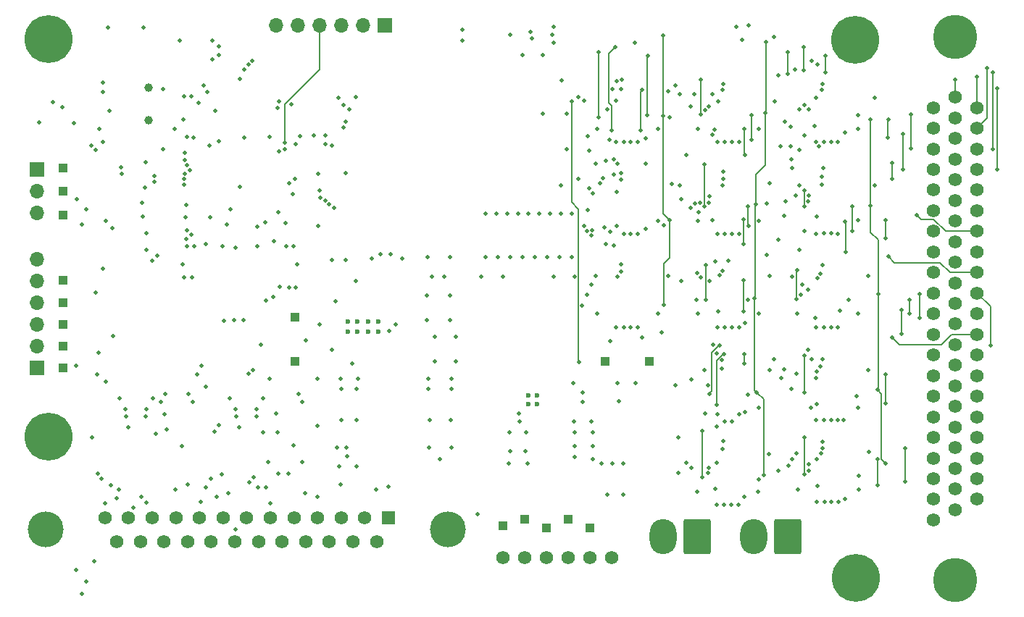
<source format=gbr>
%TF.GenerationSoftware,KiCad,Pcbnew,8.0.1*%
%TF.CreationDate,2024-11-04T21:37:07-08:00*%
%TF.ProjectId,kasm_pcb_rev2,6b61736d-5f70-4636-925f-726576322e6b,rev?*%
%TF.SameCoordinates,Original*%
%TF.FileFunction,Copper,L4,Inr*%
%TF.FilePolarity,Positive*%
%FSLAX46Y46*%
G04 Gerber Fmt 4.6, Leading zero omitted, Abs format (unit mm)*
G04 Created by KiCad (PCBNEW 8.0.1) date 2024-11-04 21:37:07*
%MOMM*%
%LPD*%
G01*
G04 APERTURE LIST*
G04 Aperture macros list*
%AMRoundRect*
0 Rectangle with rounded corners*
0 $1 Rounding radius*
0 $2 $3 $4 $5 $6 $7 $8 $9 X,Y pos of 4 corners*
0 Add a 4 corners polygon primitive as box body*
4,1,4,$2,$3,$4,$5,$6,$7,$8,$9,$2,$3,0*
0 Add four circle primitives for the rounded corners*
1,1,$1+$1,$2,$3*
1,1,$1+$1,$4,$5*
1,1,$1+$1,$6,$7*
1,1,$1+$1,$8,$9*
0 Add four rect primitives between the rounded corners*
20,1,$1+$1,$2,$3,$4,$5,0*
20,1,$1+$1,$4,$5,$6,$7,0*
20,1,$1+$1,$6,$7,$8,$9,0*
20,1,$1+$1,$8,$9,$2,$3,0*%
G04 Aperture macros list end*
%TA.AperFunction,ComponentPad*%
%ADD10C,4.191000*%
%TD*%
%TA.AperFunction,ComponentPad*%
%ADD11R,1.562100X1.562100*%
%TD*%
%TA.AperFunction,ComponentPad*%
%ADD12C,1.562100*%
%TD*%
%TA.AperFunction,ComponentPad*%
%ADD13C,0.600000*%
%TD*%
%TA.AperFunction,ComponentPad*%
%ADD14R,1.000000X1.000000*%
%TD*%
%TA.AperFunction,ComponentPad*%
%ADD15RoundRect,0.250000X1.330000X1.800000X-1.330000X1.800000X-1.330000X-1.800000X1.330000X-1.800000X0*%
%TD*%
%TA.AperFunction,ComponentPad*%
%ADD16O,3.160000X4.100000*%
%TD*%
%TA.AperFunction,ComponentPad*%
%ADD17C,5.600000*%
%TD*%
%TA.AperFunction,ComponentPad*%
%ADD18C,1.574800*%
%TD*%
%TA.AperFunction,ComponentPad*%
%ADD19C,1.575000*%
%TD*%
%TA.AperFunction,ComponentPad*%
%ADD20C,5.175000*%
%TD*%
%TA.AperFunction,ComponentPad*%
%ADD21C,1.000000*%
%TD*%
%TA.AperFunction,ComponentPad*%
%ADD22R,1.700000X1.700000*%
%TD*%
%TA.AperFunction,ComponentPad*%
%ADD23O,1.700000X1.700000*%
%TD*%
%TA.AperFunction,ViaPad*%
%ADD24C,0.500000*%
%TD*%
%TA.AperFunction,Conductor*%
%ADD25C,0.200000*%
%TD*%
%TA.AperFunction,Conductor*%
%ADD26C,0.127000*%
%TD*%
G04 APERTURE END LIST*
D10*
%TO.N,GND*%
%TO.C,J4*%
X81077400Y-115697000D03*
X128118200Y-115697000D03*
D11*
%TO.N,/Eddy Current Sensors/IN3A*%
X121157800Y-114274600D03*
D12*
%TO.N,unconnected-(J4-Pad2)*%
X118397800Y-114274600D03*
%TO.N,/Eddy Current Sensors/IN2B*%
X115637800Y-114274600D03*
%TO.N,/Eddy Current Sensors/IN1A*%
X112877800Y-114274600D03*
%TO.N,unconnected-(J4-Pad5)*%
X110117800Y-114274600D03*
%TO.N,/Eddy Current Sensors/IN0A*%
X107357800Y-114274600D03*
%TO.N,unconnected-(J4-Pad7)*%
X104597800Y-114274600D03*
%TO.N,/Eddy Current Sensors/IN4A*%
X101837800Y-114274600D03*
%TO.N,unconnected-(J4-Pad9)*%
X99077800Y-114274600D03*
%TO.N,/Eddy Current Sensors/IN5B*%
X96317800Y-114274600D03*
%TO.N,/Eddy Current Sensors/IN6A*%
X93557800Y-114274600D03*
%TO.N,unconnected-(J4-Pad12)*%
X90797800Y-114274600D03*
%TO.N,/Eddy Current Sensors/IN7B*%
X88037800Y-114274600D03*
%TO.N,/Eddy Current Sensors/IN3B*%
X119777800Y-117119400D03*
%TO.N,/Eddy Current Sensors/IN2A*%
X117017800Y-117119400D03*
%TO.N,unconnected-(J4-P16-Pad16)*%
X114257800Y-117119400D03*
%TO.N,/Eddy Current Sensors/IN1B*%
X111497800Y-117119400D03*
%TO.N,unconnected-(J4-P18-Pad18)*%
X108737800Y-117119400D03*
%TO.N,/Eddy Current Sensors/IN0B*%
X105977800Y-117119400D03*
%TO.N,unconnected-(J4-P20-Pad20)*%
X103217800Y-117119400D03*
%TO.N,/Eddy Current Sensors/IN4B*%
X100457800Y-117119400D03*
%TO.N,/Eddy Current Sensors/IN5A*%
X97697800Y-117119400D03*
%TO.N,unconnected-(J4-P23-Pad23)*%
X94937800Y-117119400D03*
%TO.N,/Eddy Current Sensors/IN6B*%
X92177800Y-117119400D03*
%TO.N,/Eddy Current Sensors/IN7A*%
X89417800Y-117119400D03*
%TD*%
D13*
%TO.N,GND*%
%TO.C,U1*%
X119989600Y-91357600D03*
X118789600Y-91357600D03*
X117489600Y-91357600D03*
X116389600Y-91357600D03*
X119989600Y-92557600D03*
X118789600Y-92557600D03*
X117489600Y-92557600D03*
X116389600Y-92557600D03*
%TD*%
D14*
%TO.N,GND*%
%TO.C,TP13*%
X110261400Y-90850600D03*
%TD*%
D15*
%TO.N,+12V*%
%TO.C,J1*%
X167784000Y-116522600D03*
D16*
%TO.N,GND*%
X163824000Y-116522600D03*
%TD*%
D14*
%TO.N,GND*%
%TO.C,TP15*%
X83108800Y-86563200D03*
%TD*%
D17*
%TO.N,GND*%
%TO.C,H3*%
X81432400Y-58389400D03*
%TD*%
D14*
%TO.N,GND*%
%TO.C,TP16*%
X144741900Y-115468400D03*
%TD*%
D18*
%TO.N,SPI6_NSS*%
%TO.C,J6*%
X134518400Y-118986800D03*
%TO.N,SPI6_SCK*%
X137058400Y-118986800D03*
%TO.N,SPI6_MISO*%
X139598400Y-118986800D03*
%TO.N,SPI6_MOSI*%
X142138400Y-118986800D03*
%TO.N,GND*%
X144678400Y-118986800D03*
%TO.N,unconnected-(J6-Pin_6-Pad6)*%
X147218400Y-118986800D03*
%TD*%
D14*
%TO.N,UART4_TX*%
%TO.C,TP14*%
X83108800Y-78892400D03*
%TD*%
%TO.N,+1.8V*%
%TO.C,TP5*%
X151638000Y-96062800D03*
%TD*%
%TO.N,GND*%
%TO.C,TP1*%
X146456400Y-96062800D03*
%TD*%
D19*
%TO.N,HRTIM_CHA1_OUT1*%
%TO.C,J20*%
X184835800Y-66362800D03*
%TO.N,HRTIM_CHA1_OUT2*%
X184835800Y-68772800D03*
%TO.N,HRTIM_CHA2_OUT1*%
X184835800Y-71182800D03*
%TO.N,HRTIM_CHA2_OUT2*%
X184835800Y-73592800D03*
%TO.N,HRTIM_CHB1_OUT1*%
X184835800Y-76002800D03*
%TO.N,HRTIM_CHB1_OUT2*%
X184835800Y-78412800D03*
%TO.N,TIM8_CH4_OUT1*%
X184835800Y-80822800D03*
%TO.N,TIM8_CH4_OUT2*%
X184835800Y-83232800D03*
%TO.N,TIM2_CH1_OUT1*%
X184835800Y-85642800D03*
%TO.N,TIM2_CH1_OUT2*%
X184835800Y-88052800D03*
%TO.N,TIM5_CH2_OUT1*%
X184835800Y-90462800D03*
%TO.N,TIM5_CH2_OUT2*%
X184835800Y-92872800D03*
%TO.N,HRTIM_CHB2_OUT1*%
X184835800Y-95282800D03*
%TO.N,HRTIM_CHB2_OUT2*%
X184835800Y-97692800D03*
%TO.N,HRTIM_CHC1_OUT1*%
X184835800Y-100102800D03*
%TO.N,HRTIM_CHC1_OUT2*%
X184835800Y-102512800D03*
%TO.N,TIM5_CH3_OUT1*%
X184835800Y-104922800D03*
%TO.N,TIM5_CH3_OUT2*%
X184835800Y-107332800D03*
%TO.N,TIM13_CH1_OUT1*%
X184835800Y-109742800D03*
%TO.N,TIM13_CH1_OUT2*%
X184835800Y-112152800D03*
%TO.N,unconnected-(J20-Pad21)*%
X184835800Y-114562800D03*
%TO.N,HRTIM_CHC2_OUT1*%
X187375800Y-65157800D03*
%TO.N,HRTIM_CHC2_OUT2*%
X187375800Y-67567800D03*
%TO.N,HRTIM_CHD1_OUT1*%
X187375800Y-69977800D03*
%TO.N,HRTIM_CHD1_OUT2*%
X187375800Y-72387800D03*
%TO.N,TIM14_CH1_OUT1*%
X187375800Y-74797800D03*
%TO.N,TIM14_CH1_OUT2*%
X187375800Y-77207800D03*
%TO.N,TIM1_CH1_OUT1*%
X187375800Y-79617800D03*
%TO.N,TIM1_CH1_OUT2*%
X187375800Y-82027800D03*
%TO.N,HRTIM_CHD2_OUT1*%
X187375800Y-84437800D03*
%TO.N,HRTIM_CHD2_OUT2*%
X187375800Y-86847800D03*
%TO.N,TIM4_CH2_OUT1*%
X187375800Y-89257800D03*
%TO.N,TIM4_CH2_OUT2*%
X187375800Y-91667800D03*
%TO.N,TIM1_CH2_OUT1*%
X187375800Y-94077800D03*
%TO.N,TIM1_CH2_OUT2*%
X187375800Y-96487800D03*
%TO.N,TIM1_CH3_OUT1*%
X187375800Y-98897800D03*
%TO.N,TIM1_CH3_OUT2*%
X187375800Y-101307800D03*
%TO.N,TIM16_CH1_OUT1*%
X187375800Y-103717800D03*
%TO.N,TIM16_CH1_OUT2*%
X187375800Y-106127800D03*
%TO.N,TIM15_CH1_OUT1*%
X187375800Y-108537800D03*
%TO.N,TIM15_CH1_OUT2*%
X187375800Y-110947800D03*
%TO.N,unconnected-(J20-Pad42)*%
X187375800Y-113357800D03*
%TO.N,TIM1_CH4_OUT1*%
X189915800Y-66362800D03*
%TO.N,TIM1_CH4_OUT2*%
X189915800Y-68772800D03*
%TO.N,TIM12_CH2_OUT1*%
X189915800Y-71182800D03*
%TO.N,TIM12_CH2_OUT2*%
X189915800Y-73592800D03*
%TO.N,TIM15_CH2_OUT1*%
X189915800Y-76002800D03*
%TO.N,TIM15_CH2_OUT2*%
X189915800Y-78412800D03*
%TO.N,TIM4_CH1_OUT1*%
X189915800Y-80822800D03*
%TO.N,TIM4_CH1_OUT2*%
X189915800Y-83232800D03*
%TO.N,TIM4_CH3_OUT1*%
X189915800Y-85642800D03*
%TO.N,TIM4_CH3_OUT2*%
X189915800Y-88052800D03*
%TO.N,TIM4_CH4_OUT1*%
X189915800Y-90462800D03*
%TO.N,TIM4_CH4_OUT2*%
X189915800Y-92872800D03*
%TO.N,unconnected-(J20-Pad55)*%
X189915800Y-95282800D03*
%TO.N,unconnected-(J20-Pad56)*%
X189915800Y-97692800D03*
%TO.N,unconnected-(J20-Pad57)*%
X189915800Y-100102800D03*
%TO.N,unconnected-(J20-Pad58)*%
X189915800Y-102512800D03*
%TO.N,unconnected-(J20-Pad59)*%
X189915800Y-104922800D03*
%TO.N,unconnected-(J20-Pad60)*%
X189915800Y-107332800D03*
%TO.N,unconnected-(J20-Pad61)*%
X189915800Y-109742800D03*
%TO.N,unconnected-(J20-Pad62)*%
X189915800Y-112152800D03*
D20*
%TO.N,GND*%
X187375800Y-58109800D03*
X187375800Y-121610800D03*
%TD*%
D14*
%TO.N,SPI2_SCK*%
%TO.C,TP7*%
X83108800Y-94250932D03*
%TD*%
D17*
%TO.N,GND*%
%TO.C,H2*%
X81432400Y-104825800D03*
%TD*%
D14*
%TO.N,SPI2_MOSI*%
%TO.C,TP10*%
X83108800Y-89204800D03*
%TD*%
%TO.N,SPI2_NSS*%
%TO.C,TP8*%
X83108800Y-96774000D03*
%TD*%
%TO.N,SPI2_MISO*%
%TO.C,TP9*%
X83108800Y-91727866D03*
%TD*%
D13*
%TO.N,GND*%
%TO.C,U2*%
X137527600Y-100995000D03*
X138527600Y-100995000D03*
X137527600Y-99995000D03*
X138527600Y-99995000D03*
%TD*%
D17*
%TO.N,GND*%
%TO.C,H1*%
X175793400Y-121335800D03*
%TD*%
D14*
%TO.N,SPI6_MOSI*%
%TO.C,TP6*%
X142201900Y-114452400D03*
%TD*%
D17*
%TO.N,GND*%
%TO.C,H4*%
X175691800Y-58445400D03*
%TD*%
D21*
%TO.N,I2C4_SCL*%
%TO.C,TP27*%
X93141800Y-64033400D03*
%TD*%
D14*
%TO.N,SPI6_SCK*%
%TO.C,TP2*%
X137121900Y-114452400D03*
%TD*%
D22*
%TO.N,+3.3V*%
%TO.C,J5*%
X120777000Y-56769000D03*
D23*
%TO.N,DEBUG_JTCK-SWCLK*%
X118237000Y-56769000D03*
%TO.N,GND*%
X115697000Y-56769000D03*
%TO.N,DEBUG_JTMS-SWDIO*%
X113157000Y-56769000D03*
%TO.N,/MCU/NRST*%
X110617000Y-56769000D03*
%TO.N,DEBUG_JTDO-SWO*%
X108077000Y-56769000D03*
%TD*%
D22*
%TO.N,UART4_RX*%
%TO.C,J7*%
X80137000Y-73609200D03*
D23*
%TO.N,GND*%
X80137000Y-76149200D03*
%TO.N,UART4_TX*%
X80137000Y-78689200D03*
%TD*%
D22*
%TO.N,SPI2_NSS*%
%TO.C,J3*%
X80137000Y-96748600D03*
D23*
%TO.N,SPI2_SCK*%
X80137000Y-94208600D03*
%TO.N,SPI2_MISO*%
X80137000Y-91668600D03*
%TO.N,SPI2_MOSI*%
X80137000Y-89128600D03*
%TO.N,GND*%
X80137000Y-86588600D03*
%TO.N,unconnected-(J3-Pin_6-Pad6)*%
X80137000Y-84048600D03*
%TD*%
D21*
%TO.N,I2C4_SDA*%
%TO.C,TP26*%
X93141800Y-67843400D03*
%TD*%
D14*
%TO.N,GND*%
%TO.C,TP17*%
X83108800Y-76149200D03*
%TD*%
%TO.N,UART4_RX*%
%TO.C,TP11*%
X83108800Y-73406000D03*
%TD*%
%TO.N,+3.3V*%
%TO.C,TP12*%
X110261400Y-96012000D03*
%TD*%
%TO.N,SPI6_MISO*%
%TO.C,TP4*%
X139661900Y-115468400D03*
%TD*%
%TO.N,SPI6_NSS*%
%TO.C,TP3*%
X134581900Y-115214400D03*
%TD*%
D15*
%TO.N,+12V*%
%TO.C,J2*%
X157198200Y-116522600D03*
D16*
%TO.N,GND*%
X153238200Y-116522600D03*
%TD*%
D24*
%TO.N,GND*%
X116357400Y-107137200D03*
%TO.N,+3.3V*%
X131572000Y-113893600D03*
%TO.N,GND*%
X171881800Y-63576200D03*
X101346000Y-59182000D03*
X120218200Y-83515200D03*
X115697000Y-102870000D03*
X142544800Y-78765400D03*
X173685200Y-70408800D03*
X117627400Y-98094800D03*
X162026600Y-112826800D03*
X92684600Y-75717400D03*
X152628600Y-90451400D03*
X148310600Y-84709000D03*
X176022000Y-79554800D03*
X172868500Y-70404000D03*
X152628600Y-68861400D03*
X115138200Y-106095800D03*
X125882400Y-106095800D03*
X135051800Y-78765400D03*
X148437600Y-63100700D03*
X164439600Y-68861400D03*
X115697000Y-99263200D03*
X116255800Y-106095800D03*
X143891000Y-99650800D03*
X125704600Y-83845400D03*
X135204200Y-108000800D03*
X150291800Y-81102200D03*
X137185400Y-106527600D03*
X113766600Y-70612000D03*
X98958400Y-65786000D03*
X90805000Y-103733600D03*
X96774000Y-58547000D03*
X162102800Y-81102200D03*
X128422400Y-102870000D03*
X126212600Y-86156800D03*
X148336000Y-74015600D03*
X160274000Y-73865600D03*
X94996000Y-102209600D03*
X172870700Y-102920800D03*
X108432600Y-87274400D03*
X97155000Y-84658200D03*
X114579400Y-70781900D03*
X157327600Y-90449400D03*
X97663000Y-82575400D03*
X153847800Y-64465200D03*
X133807200Y-78765400D03*
X145034000Y-104292400D03*
X157251400Y-111282200D03*
X116916200Y-96291400D03*
X108000800Y-102108000D03*
X160909000Y-84226400D03*
X165658800Y-97053400D03*
X162102800Y-102235000D03*
X177977800Y-75412600D03*
X146050000Y-108000800D03*
X146354800Y-80340200D03*
X135331200Y-104292400D03*
X146710400Y-111582200D03*
X145034000Y-107416600D03*
X149484300Y-70358000D03*
X171907200Y-105435400D03*
X122021600Y-91694000D03*
X137236200Y-104292400D03*
X164363400Y-111284200D03*
X145516600Y-68859400D03*
X162102800Y-70358000D03*
X110312200Y-70612000D03*
X88392000Y-57023000D03*
X101981000Y-91287600D03*
X137947400Y-58293000D03*
X153847800Y-86055200D03*
X128346200Y-83845400D03*
X148564600Y-111607600D03*
X160274000Y-63576200D03*
X92583000Y-57023000D03*
X165658800Y-86055200D03*
X103378000Y-102463600D03*
X136372600Y-102158800D03*
X97282000Y-86207600D03*
X149468100Y-92056800D03*
X173685200Y-81102200D03*
X172937700Y-112471200D03*
X103124000Y-91236800D03*
X162102800Y-92056800D03*
X164439600Y-79580200D03*
X168986200Y-110977400D03*
X136296400Y-78765400D03*
X117424200Y-102870000D03*
X177317400Y-106583200D03*
X172877700Y-92044800D03*
X158165800Y-102133400D03*
X139217400Y-60198000D03*
X161213800Y-112826800D03*
X89712800Y-100355400D03*
X157327600Y-79578200D03*
X176022000Y-101424200D03*
X160274000Y-105308400D03*
X171856400Y-84727200D03*
X92481400Y-79095600D03*
X171958000Y-73456800D03*
X147904200Y-98577400D03*
X176022000Y-68836000D03*
X97307400Y-74701400D03*
X126009400Y-102870000D03*
X177241200Y-97028000D03*
X165582600Y-106888000D03*
X119253000Y-83997800D03*
X90500200Y-102463600D03*
X127203200Y-107416600D03*
X166227000Y-58089800D03*
X161286100Y-70358000D03*
X115443000Y-108331000D03*
X160147000Y-95885000D03*
X92384000Y-77444600D03*
X171907200Y-95732800D03*
X135382000Y-106527600D03*
X161295300Y-81088800D03*
X108229400Y-104343200D03*
X154228800Y-75285600D03*
X115595400Y-98094800D03*
X117475000Y-108331000D03*
X142824200Y-103047800D03*
X140055600Y-78765400D03*
X128524000Y-106095800D03*
X169748200Y-69570600D03*
X169773600Y-80772000D03*
X145034000Y-105943400D03*
X102590600Y-100355400D03*
X90043000Y-74066400D03*
X173685200Y-92056800D03*
X162518600Y-58445400D03*
X137541000Y-78740000D03*
X176022000Y-90426000D03*
X117424200Y-99263200D03*
X166261300Y-65640700D03*
X150037800Y-98602800D03*
X109537597Y-87350600D03*
X145516600Y-90449400D03*
X89941400Y-73304400D03*
X90449400Y-101574600D03*
X147307300Y-108000800D03*
X103327200Y-101574600D03*
X164439600Y-90451400D03*
X98107403Y-65049400D03*
X142773400Y-98577400D03*
X173761400Y-112471200D03*
X144907000Y-103047800D03*
X103682800Y-103733600D03*
X143891000Y-100736400D03*
X98399600Y-69824600D03*
X142925800Y-105943400D03*
X138811000Y-78765400D03*
X97434400Y-79197200D03*
X161286100Y-103068400D03*
X165658800Y-75184000D03*
X173685200Y-102920800D03*
X152628600Y-79580200D03*
X150291800Y-70358000D03*
X142925800Y-107188000D03*
X93802200Y-74371200D03*
X104267000Y-91236800D03*
X161288300Y-92056800D03*
X100584000Y-58547000D03*
X157327600Y-68859400D03*
X168910000Y-90424000D03*
X127711200Y-86156800D03*
X172861500Y-81076800D03*
X141300200Y-78765400D03*
X137414000Y-108000800D03*
X87833200Y-64490600D03*
X140258800Y-57835800D03*
X178003200Y-65204400D03*
X150291800Y-92056800D03*
X121259600Y-92506800D03*
X149477300Y-81102200D03*
X132537200Y-78740000D03*
X109233367Y-82575400D03*
X170484800Y-101422200D03*
X142925800Y-104292400D03*
X177241200Y-86029800D03*
X148564600Y-108000800D03*
X176098200Y-110979400D03*
X136525000Y-103047800D03*
X164439600Y-101449600D03*
%TO.N,+3.3V*%
X129794000Y-57277000D03*
X122783600Y-83997800D03*
X93649800Y-100355400D03*
X125831600Y-98094800D03*
X92913200Y-101574600D03*
X93954600Y-104463100D03*
X112420400Y-69621400D03*
X109499400Y-109143800D03*
X105791000Y-101574600D03*
X125679200Y-88341200D03*
X128371600Y-91186000D03*
X98221800Y-86182200D03*
X129032000Y-96012000D03*
X101346000Y-60198000D03*
X121419000Y-83515200D03*
X110464600Y-84658200D03*
X129032000Y-93167200D03*
X128524000Y-99263200D03*
X93802200Y-75031600D03*
X97307400Y-65049400D03*
X97180400Y-67741800D03*
X108331000Y-109143800D03*
X129794000Y-58547000D03*
X92837000Y-102463600D03*
X106527600Y-100355400D03*
X125831600Y-99263200D03*
X113817400Y-69621400D03*
X110794800Y-69697600D03*
X92862400Y-81041750D03*
X92760800Y-72720200D03*
X97282000Y-75336400D03*
X110337600Y-87350600D03*
X126542800Y-96012000D03*
X110032800Y-82605571D03*
X105714800Y-102463600D03*
X98463003Y-82575400D03*
X80314800Y-68122800D03*
X97600146Y-69794991D03*
X100584000Y-60706000D03*
X125679200Y-91186000D03*
X84429600Y-68148200D03*
X87833200Y-63423800D03*
X126542800Y-93167200D03*
X128371600Y-88341200D03*
X128524000Y-98094800D03*
X92893900Y-82997550D03*
%TO.N,REF*%
X153263600Y-67284600D03*
X178308000Y-99364800D03*
X177444400Y-77851000D03*
X164109400Y-77673200D03*
X153365200Y-89433400D03*
X154025600Y-79552800D03*
X165227000Y-67005200D03*
X164185600Y-99633000D03*
X177495200Y-67741800D03*
X163957000Y-88671400D03*
X178358800Y-88138000D03*
X153238200Y-57962800D03*
X165261800Y-58648600D03*
X179247800Y-107924600D03*
X164998400Y-109354200D03*
%TO.N,DEBUG_JTMS-SWDIO*%
X109055599Y-70471601D03*
%TO.N,SPI2_MOSI*%
X97561400Y-77698600D03*
X84734400Y-77038200D03*
%TO.N,SPI2_MISO*%
X113131600Y-91719400D03*
%TO.N,SPI2_NSS*%
X111506000Y-93599000D03*
%TO.N,SPI2_SCK*%
X88925400Y-80467200D03*
X88950800Y-93091000D03*
X105816400Y-80238600D03*
%TO.N,UART4_RX*%
X83032600Y-66319400D03*
X108229400Y-66421000D03*
%TO.N,UART4_TX*%
X81940400Y-65735200D03*
X108356400Y-65633600D03*
%TO.N,/Eddy Current Sensors/IN0B*%
X105892600Y-110799600D03*
X99857800Y-110794800D03*
%TO.N,/Eddy Current Sensors/IN0A*%
X99263200Y-112445800D03*
X107340400Y-112599600D03*
%TO.N,/Eddy Current Sensors/IN1B*%
X111420200Y-111399600D03*
X102493800Y-111399600D03*
%TO.N,/Eddy Current Sensors/IN1A*%
X112877600Y-111887000D03*
X101057800Y-111836200D03*
%TO.N,/Eddy Current Sensors/IN2B*%
X115595400Y-110413800D03*
X104931100Y-110194800D03*
%TO.N,/Eddy Current Sensors/IN2A*%
X103276400Y-115671600D03*
%TO.N,/Eddy Current Sensors/IN3B*%
X119761000Y-110972600D03*
X106857800Y-110799600D03*
%TO.N,/Eddy Current Sensors/IN3A*%
X121157800Y-110642400D03*
X105431100Y-109561981D03*
%TO.N,TIM1_CH4_OUT1*%
X145719800Y-59842400D03*
X167843200Y-59842400D03*
X167843200Y-62433200D03*
X145719800Y-67462400D03*
X189941200Y-62738000D03*
%TO.N,TIM1_CH2_OUT1*%
X158637827Y-99808938D03*
X159893000Y-94132400D03*
%TO.N,HRTIM_CHD2_OUT1*%
X158242000Y-84785200D03*
X158267400Y-88798400D03*
%TO.N,TIM1_CH3_OUT2*%
X162788600Y-101981000D03*
%TO.N,HRTIM_CHA1_OUT2*%
X170967400Y-68503800D03*
%TO.N,HRTIM_CHD2_OUT2*%
X162661600Y-86563200D03*
X162636200Y-90220800D03*
X159664400Y-90170000D03*
%TO.N,TIM1_CH1_OUT2*%
X162687000Y-82296000D03*
X162687000Y-79428200D03*
%TO.N,TIM5_CH2_OUT1*%
X182041800Y-88798400D03*
X174903718Y-88793411D03*
X182041800Y-90449400D03*
%TO.N,TIM4_CH4_OUT2*%
X150825200Y-93192600D03*
X180009800Y-93192600D03*
%TO.N,TIM16_CH1_OUT2*%
X181559200Y-110083600D03*
X181559200Y-106222800D03*
X159359600Y-110896400D03*
%TO.N,TIM4_CH3_OUT2*%
X147091400Y-93624400D03*
X191490600Y-94132400D03*
%TO.N,HRTIM_CHB1_OUT1*%
X169748200Y-76022200D03*
X169722800Y-77914801D03*
%TO.N,HRTIM_CHB2_OUT1*%
X169722800Y-95351600D03*
X169722800Y-99669600D03*
%TO.N,TIM14_CH1_OUT2*%
X159029400Y-79502000D03*
%TO.N,TIM4_CH2_OUT1*%
X163169600Y-88849200D03*
%TO.N,TIM8_CH4_OUT2*%
X174574200Y-83235800D03*
X174504775Y-79723637D03*
%TO.N,TIM13_CH1_OUT2*%
X174472600Y-112115600D03*
%TO.N,HRTIM_CHC1_OUT1*%
X175895000Y-100076000D03*
%TO.N,TIM1_CH1_OUT1*%
X163195000Y-77927200D03*
X163220400Y-80213200D03*
%TO.N,TIM2_CH1_OUT1*%
X168884600Y-85344000D03*
X168859200Y-88773000D03*
%TO.N,TIM5_CH2_OUT2*%
X173913800Y-90093800D03*
X181102000Y-89992200D03*
X181102000Y-92837000D03*
%TO.N,TIM4_CH3_OUT1*%
X143789400Y-89484200D03*
X179552600Y-83769200D03*
%TO.N,TIM5_CH3_OUT1*%
X169799000Y-104927400D03*
X169799000Y-109270800D03*
%TO.N,HRTIM_CHC2_OUT2*%
X179527200Y-69900800D03*
X179552600Y-67716400D03*
X159258000Y-68935600D03*
%TO.N,TIM1_CH2_OUT2*%
X162737800Y-96291400D03*
X159486600Y-101142800D03*
X162737800Y-95173800D03*
X160324800Y-95148400D03*
%TO.N,TIM4_CH1_OUT1*%
X182880000Y-78892400D03*
X153339800Y-80086200D03*
%TO.N,TIM4_CH2_OUT2*%
X162814000Y-91541600D03*
%TO.N,TIM15_CH1_OUT1*%
X164414200Y-109804200D03*
%TO.N,TIM1_CH4_OUT2*%
X147243800Y-68986400D03*
X147650200Y-59283600D03*
X169672000Y-59283600D03*
X191135000Y-61696600D03*
X169672000Y-61976000D03*
%TO.N,TIM12_CH2_OUT1*%
X191744600Y-62204600D03*
X172186600Y-62230000D03*
X151434800Y-60325000D03*
X172186600Y-60299600D03*
X191744600Y-71247000D03*
X151409400Y-67208400D03*
%TO.N,HRTIM_CHC2_OUT1*%
X154000200Y-67462400D03*
X157632400Y-67183000D03*
X187375800Y-63119000D03*
X157632400Y-63100700D03*
%TO.N,HRTIM_CHA2_OUT1*%
X175996600Y-67208400D03*
X182219600Y-71170800D03*
X182168800Y-67183000D03*
%TO.N,HRTIM_CHA1_OUT1*%
X169722800Y-66090800D03*
%TO.N,HRTIM_CHB1_OUT2*%
X171170600Y-79121000D03*
%TO.N,HRTIM_CHA2_OUT2*%
X181279800Y-69443600D03*
X174523400Y-69265800D03*
X181279800Y-73609200D03*
%TO.N,TIM13_CH1_OUT1*%
X176072800Y-109372400D03*
%TO.N,TIM2_CH1_OUT2*%
X171018200Y-90906600D03*
X183261000Y-90957400D03*
X183261000Y-88163400D03*
%TO.N,TIM15_CH2_OUT2*%
X147472400Y-82473800D03*
X179273200Y-81635600D03*
X179273200Y-79527400D03*
%TO.N,HRTIM_CHD1_OUT2*%
X162763200Y-68859400D03*
X162788600Y-71882000D03*
%TO.N,TIM15_CH2_OUT1*%
X146266000Y-74581500D03*
%TO.N,TIM5_CH3_OUT2*%
X171272200Y-110591600D03*
X178308000Y-110515400D03*
X178308000Y-107467400D03*
%TO.N,TIM15_CH1_OUT2*%
X162737800Y-111861600D03*
%TO.N,TIM8_CH4_OUT1*%
X175387000Y-80822800D03*
X175336200Y-77876400D03*
%TO.N,TIM1_CH3_OUT1*%
X163136056Y-99890056D03*
%TO.N,TIM4_CH1_OUT2*%
X151180800Y-80492600D03*
%TO.N,TIM12_CH2_OUT2*%
X192303400Y-73583800D03*
X192303400Y-64084200D03*
X150622000Y-68986400D03*
X150825200Y-64287400D03*
%TO.N,TIM16_CH1_OUT1*%
X157835600Y-109601000D03*
X157835600Y-104190800D03*
%TO.N,HRTIM_CHD1_OUT1*%
X163550600Y-67208400D03*
X163550600Y-70104000D03*
%TO.N,TIM4_CH4_OUT1*%
X153060400Y-92633800D03*
%TO.N,TIM14_CH1_OUT1*%
X179984400Y-74676000D03*
X179984400Y-72837800D03*
X158089600Y-77927200D03*
X158089600Y-73006800D03*
%TO.N,HRTIM_CHC1_OUT2*%
X174320200Y-102920800D03*
%TO.N,HRTIM_CHB2_OUT2*%
X171221400Y-101011900D03*
X179273200Y-100965000D03*
X179273200Y-97510600D03*
%TO.N,ACTUATOR_ENABLE_MCU*%
X142570200Y-65601100D03*
X109778800Y-65963800D03*
X143408400Y-96088200D03*
%TO.N,/MCU/BOOT0*%
X100914200Y-66751200D03*
X88569800Y-66751200D03*
%TO.N,TIM2_CH4_LDC*%
X97002600Y-105892600D03*
X110032800Y-105867200D03*
%TO.N,I2C4_SDA*%
X97815400Y-99847400D03*
X95072200Y-99847400D03*
X99796600Y-82270600D03*
X94157800Y-83667600D03*
X110686100Y-99854500D03*
%TO.N,I2C4_SCL*%
X101803200Y-82550000D03*
X98323400Y-100761800D03*
X93522800Y-84251800D03*
X107137200Y-107823000D03*
X111074200Y-107823000D03*
X94589600Y-100761800D03*
X111099600Y-100736400D03*
%TO.N,HRTIM_CHD1_PHASE*%
X114251196Y-77680768D03*
X156921200Y-64795400D03*
X159029400Y-64795400D03*
X156977500Y-77597000D03*
%TO.N,TIM8_CH4_PHASE*%
X103301800Y-82702400D03*
X171831000Y-75405400D03*
X169164000Y-83007200D03*
X169189400Y-75463400D03*
%TO.N,TIM12_CH2*%
X147751800Y-65557400D03*
X143992600Y-80162400D03*
X112979200Y-80182300D03*
X143992600Y-65582800D03*
%TO.N,TIM1_CH2_PHASE*%
X158496000Y-98806000D03*
X99542600Y-63746900D03*
X154686000Y-98806000D03*
X154686000Y-63746900D03*
%TO.N,HRTIM_CHA2*%
X143383000Y-74701400D03*
X143383000Y-65151000D03*
X110236000Y-74701400D03*
X171145200Y-65227200D03*
%TO.N,TIM8_CH4*%
X168122600Y-68605400D03*
X171417500Y-70916800D03*
X168122600Y-70866000D03*
X115943300Y-68718200D03*
%TO.N,TIM15_CH2*%
X146544815Y-72605889D03*
X97383600Y-72517000D03*
%TO.N,TIM16_CH1*%
X100279200Y-70764400D03*
X158496000Y-109067600D03*
X86461600Y-70764400D03*
X155016200Y-104902000D03*
X86512400Y-104876600D03*
X155016200Y-109067600D03*
%TO.N,TIM13_CH1*%
X99814000Y-98952511D03*
X168262200Y-99237800D03*
X171196000Y-107442000D03*
X168351200Y-107442000D03*
%TO.N,TIM5_CH2_PHASE*%
X168362200Y-86156800D03*
X171323043Y-86326752D03*
X97966902Y-73679900D03*
X168362200Y-73456800D03*
%TO.N,HRTIM_CHB1*%
X170205400Y-77348122D03*
X167521700Y-77343000D03*
X116197900Y-67995800D03*
X167487600Y-67995800D03*
%TO.N,HRTIM_CHA1*%
X144653000Y-75826100D03*
X113129318Y-76040500D03*
X170230800Y-66548000D03*
X169164000Y-66522600D03*
X169138600Y-71297800D03*
X144653000Y-71348600D03*
%TO.N,SPI6_MOSI*%
X102314000Y-80010000D03*
X85344000Y-123190000D03*
X85344000Y-80010000D03*
%TO.N,HRTIM_CHD2_PHASE*%
X155346400Y-77063600D03*
X113780953Y-77232019D03*
X155346400Y-86588600D03*
X158673800Y-86588600D03*
%TO.N,HRTIM_CHB2_PHASE*%
X103809800Y-63017400D03*
X170611800Y-95808800D03*
X166674800Y-62611000D03*
X166217600Y-95783400D03*
%TO.N,TIM4_CH2*%
X159359600Y-84302600D03*
X101320600Y-70307200D03*
X87764100Y-70350900D03*
X87764100Y-85217000D03*
%TO.N,HRTIM_CHC1_PHASE*%
X171201683Y-97240700D03*
X167435200Y-79019400D03*
X167435200Y-96926400D03*
X109169200Y-79883000D03*
%TO.N,TIM4_CH3_PHASE*%
X146583400Y-82270600D03*
X107797600Y-81998300D03*
%TO.N,TIM13_CH1_PHASE*%
X171704000Y-106756200D03*
X104825800Y-97434400D03*
X168833800Y-97459800D03*
X168833800Y-106807000D03*
%TO.N,HRTIM_CHC2_PHASE*%
X114808000Y-78105000D03*
X156464000Y-66192400D03*
X158623000Y-66192400D03*
X156464000Y-78105000D03*
%TO.N,TIM4_CH1*%
X147802600Y-76174600D03*
X113234860Y-76879477D03*
%TO.N,TIM4_CH4_PHASE*%
X147931768Y-86156297D03*
X145415000Y-72938600D03*
X97617660Y-73073242D03*
X145415000Y-86004400D03*
%TO.N,SPI6_SCK*%
X99314000Y-96545400D03*
X84709000Y-120446800D03*
X84683600Y-96545400D03*
%TO.N,TIM1_CH1_PHASE*%
X155194000Y-75438000D03*
X160197800Y-75438000D03*
X155194000Y-64770000D03*
X99956100Y-64573900D03*
%TO.N,TIM1_CH1*%
X159035165Y-69492689D03*
X104317800Y-69850000D03*
%TO.N,SPI6_MISO*%
X85852000Y-78232000D03*
X85852000Y-121742200D03*
X102727500Y-78232000D03*
%TO.N,HRTIM_CHD2*%
X117373400Y-65125600D03*
X115290600Y-65201800D03*
X117373400Y-86588600D03*
X157657800Y-86175100D03*
%TO.N,TIM12_CH2_PHASE*%
X103809800Y-75590400D03*
X141376400Y-63195200D03*
X147802600Y-63220600D03*
X141351000Y-75438000D03*
%TO.N,HRTIM_CHB1_PHASE*%
X168681400Y-61925200D03*
X170281600Y-76606400D03*
X104343200Y-61925200D03*
X168760000Y-76606400D03*
%TO.N,HRTIM_CHD1*%
X159664400Y-65640700D03*
X115925600Y-66014600D03*
%TO.N,HRTIM_CHA2_PHASE*%
X171272200Y-61341000D03*
X104800400Y-61290200D03*
%TO.N,TIM1_CH3_PHASE*%
X96164400Y-68884800D03*
X87350600Y-68884800D03*
X159486600Y-95072200D03*
X87325200Y-94996000D03*
%TO.N,SPI6_NSS*%
X98806000Y-97561400D03*
X87147400Y-97586800D03*
X86766400Y-119354600D03*
%TO.N,TIM1_CH4*%
X114942100Y-88976200D03*
X116611400Y-66573400D03*
X106857800Y-88900000D03*
X139166600Y-67030600D03*
X146710400Y-66522600D03*
%TO.N,HRTIM_CHC2*%
X109067600Y-71195400D03*
X142011400Y-67030600D03*
X158165800Y-66649600D03*
X142011400Y-71195400D03*
%TO.N,TIM16_CH1_PHASE*%
X156514800Y-98163900D03*
X158585005Y-108474236D03*
X88177600Y-79596500D03*
X156514800Y-108458000D03*
X106807000Y-79756000D03*
X88163400Y-98425000D03*
%TO.N,TIM15_CH2_PHASE*%
X146989800Y-70154800D03*
X107315000Y-69773800D03*
%TO.N,TIM1_CH2*%
X158038800Y-97028000D03*
X105308400Y-97028000D03*
%TO.N,TIM1_CH3*%
X159080200Y-94107000D03*
X106299000Y-94081600D03*
%TO.N,TIM1_CH4_PHASE*%
X94792800Y-64160400D03*
X147345400Y-64160400D03*
%TO.N,TIM5_CH3_PHASE*%
X147472400Y-72415400D03*
X97332800Y-74093400D03*
X170272043Y-108089071D03*
X168267900Y-72415400D03*
X147497800Y-74168000D03*
X167868600Y-108229400D03*
%TO.N,TIM14_CH1*%
X158623000Y-77444600D03*
X157403800Y-78601200D03*
X100304600Y-79171800D03*
X157559211Y-77449980D03*
%TO.N,TIM4_CH4*%
X145001500Y-76370700D03*
X144983200Y-80695800D03*
X110007400Y-76454000D03*
X147040600Y-80848200D03*
%TO.N,HRTIM_CHA1_PHASE*%
X105283000Y-60876700D03*
X170611800Y-60876700D03*
%TO.N,TIM15_CH1_PHASE*%
X107314000Y-98043000D03*
X112903000Y-103581200D03*
X159537400Y-103606600D03*
X112826800Y-98044000D03*
%TO.N,TIM15_CH1*%
X97374859Y-71686500D03*
X159486600Y-107899200D03*
X155956000Y-107899200D03*
X155950500Y-71901900D03*
%TO.N,TIM4_CH1_PHASE*%
X108280200Y-78613000D03*
X151231600Y-69977000D03*
X147911300Y-72948800D03*
X151231600Y-72948800D03*
X144449800Y-78333600D03*
X144406100Y-69684900D03*
%TO.N,TIM4_CH3*%
X109575600Y-75209400D03*
X145891300Y-75184000D03*
%TO.N,TIM2_CH1*%
X144348200Y-80791900D03*
X169367200Y-88214200D03*
X97612200Y-80695800D03*
X144399000Y-88214200D03*
%TO.N,TIM4_CH2_PHASE*%
X159842200Y-85979000D03*
X157175200Y-88798400D03*
X157200600Y-85717900D03*
X107727500Y-88468200D03*
%TO.N,TIM14_CH1_PHASE*%
X158648400Y-76708000D03*
X165354000Y-77597000D03*
X105816400Y-82575400D03*
X165354000Y-83566000D03*
%TO.N,TIM2_CH1_PHASE*%
X86937100Y-87960200D03*
X170155069Y-87644585D03*
X94818200Y-71247000D03*
X86937100Y-71272400D03*
%TO.N,HRTIM_CHC1*%
X166954200Y-70884300D03*
X167088300Y-97942400D03*
X171119800Y-97942400D03*
X108356400Y-71488400D03*
%TO.N,TIM5_CH2*%
X144881600Y-81305400D03*
X144881600Y-87071200D03*
X98120200Y-81209300D03*
X169519600Y-87071200D03*
%TO.N,HRTIM_CHB2*%
X114528600Y-84175600D03*
X116179600Y-84175600D03*
X112953800Y-74060900D03*
X114528600Y-94633300D03*
X170180000Y-94633300D03*
X116179600Y-74041000D03*
%TO.N,TIM5_CH3*%
X97561400Y-81722800D03*
X170307000Y-108788200D03*
X166674800Y-81838800D03*
X166674800Y-108788200D03*
%TO.N,+1.8V*%
X171660096Y-96656595D03*
X160274000Y-74676000D03*
X148310600Y-85509003D03*
X142544800Y-83845400D03*
X171799288Y-64262000D03*
X135356600Y-57835800D03*
X160475500Y-92056800D03*
X172048700Y-81076800D03*
X171145200Y-81102200D03*
X160473300Y-70358000D03*
X171094400Y-70358000D03*
X159562800Y-81102200D03*
X160202274Y-106305021D03*
X148655300Y-92056800D03*
X160482500Y-81088800D03*
X172124900Y-112471200D03*
X160096200Y-96875600D03*
X132537200Y-83845400D03*
X171145200Y-102920800D03*
X133966857Y-83845400D03*
X159562800Y-102235000D03*
X148361400Y-74777600D03*
X171831000Y-74472800D03*
X160197800Y-85445311D03*
X172055700Y-70404000D03*
X159486600Y-112826800D03*
X136804400Y-60172600D03*
X163229800Y-56718200D03*
X172057900Y-102920800D03*
X137744200Y-57480200D03*
X171881800Y-106146600D03*
X141115142Y-83845400D03*
X148056600Y-100711000D03*
X147853400Y-80162400D03*
X171221400Y-112471200D03*
X148671500Y-70358000D03*
X172064900Y-92044800D03*
X132029200Y-86156800D03*
X138255828Y-83845400D03*
X147751800Y-70358000D03*
X160473300Y-103068400D03*
X135396514Y-83845400D03*
X159562800Y-70358000D03*
X140436600Y-86156800D03*
X134529200Y-86156800D03*
X147751800Y-92056800D03*
X159562800Y-92056800D03*
X136826171Y-83845400D03*
X148361400Y-64160400D03*
X142936600Y-86156800D03*
X160223200Y-64287400D03*
X171653178Y-85825740D03*
X139685485Y-83845400D03*
X148664500Y-81102200D03*
X171145200Y-92056800D03*
X160401000Y-112826800D03*
%TO.N,LDC0_INTB*%
X100812600Y-104267000D03*
X106527600Y-104292400D03*
%TO.N,LDC1_INTB*%
X101346000Y-103479600D03*
X95250000Y-104013000D03*
%TO.N,/Eddy Current Sensors/IN7B*%
X88087200Y-112598200D03*
X92913200Y-112522000D03*
%TO.N,/Eddy Current Sensors/IN5A*%
X88722200Y-110490000D03*
X97688400Y-110448800D03*
%TO.N,/Eddy Current Sensors/IN5B*%
X89687400Y-111048800D03*
X96240600Y-111048800D03*
%TO.N,/Eddy Current Sensors/IN4A*%
X101676200Y-109245400D03*
X87249000Y-109169200D03*
%TO.N,/Eddy Current Sensors/IN6A*%
X91355018Y-113121082D03*
%TO.N,/Eddy Current Sensors/IN4B*%
X100457000Y-109778800D03*
X87655400Y-109728000D03*
%TO.N,/Eddy Current Sensors/IN7A*%
X92326600Y-111887000D03*
X89417800Y-112072000D03*
%TO.N,EN_U13*%
X140462000Y-56896000D03*
X161798000Y-56896000D03*
%TO.N,EN_U16*%
X140462000Y-58801000D03*
X149987000Y-58801000D03*
%TD*%
D25*
%TO.N,REF*%
X178358800Y-99314000D02*
X178308000Y-99364800D01*
X153365200Y-84607400D02*
X153365200Y-89433400D01*
X177495200Y-67741800D02*
X177495200Y-77800200D01*
X178358800Y-88138000D02*
X178358800Y-99314000D01*
X153263600Y-78790800D02*
X154025600Y-79552800D01*
X165208800Y-67023400D02*
X165208800Y-73068600D01*
X178758000Y-107434800D02*
X179247800Y-107924600D01*
X177495200Y-67741800D02*
X177495200Y-80951197D01*
X163989600Y-88638800D02*
X163957000Y-88671400D01*
X177495200Y-80951197D02*
X178358800Y-81814797D01*
X165261800Y-66970400D02*
X165227000Y-67005200D01*
X164998400Y-100445800D02*
X164998400Y-109354200D01*
X153238200Y-57962800D02*
X153238200Y-67259200D01*
X177495200Y-77800200D02*
X177444400Y-77851000D01*
X163989600Y-77793000D02*
X163989600Y-88638800D01*
X165208800Y-73068600D02*
X164109400Y-74168000D01*
X178308000Y-99364800D02*
X178758000Y-99814800D01*
X165261800Y-58648600D02*
X165261800Y-66970400D01*
X154025600Y-83947000D02*
X153365200Y-84607400D01*
X153263600Y-67284600D02*
X153263600Y-78790800D01*
X178758000Y-99814800D02*
X178758000Y-107434800D01*
X153238200Y-67259200D02*
X153263600Y-67284600D01*
X163957000Y-88671400D02*
X163957000Y-99404400D01*
X178358800Y-81814797D02*
X178358800Y-88138000D01*
X164109400Y-77673200D02*
X163989600Y-77793000D01*
X164185600Y-99633000D02*
X164998400Y-100445800D01*
X164109400Y-74168000D02*
X164109400Y-77673200D01*
X163957000Y-99404400D02*
X164185600Y-99633000D01*
X165227000Y-67005200D02*
X165208800Y-67023400D01*
X154025600Y-79552800D02*
X154025600Y-83947000D01*
%TO.N,DEBUG_JTMS-SWDIO*%
X109055599Y-70471601D02*
X109055599Y-65975801D01*
X113157000Y-61874400D02*
X113157000Y-56769000D01*
X109055599Y-65975801D02*
X113157000Y-61874400D01*
%TO.N,TIM1_CH4_OUT1*%
X189915800Y-66362800D02*
X189915800Y-62763400D01*
X145719800Y-59842400D02*
X145719800Y-67462400D01*
X167843200Y-62433200D02*
X167843200Y-59842400D01*
X189915800Y-62763400D02*
X189941200Y-62738000D01*
%TO.N,TIM1_CH2_OUT1*%
X158946000Y-99500765D02*
X158946000Y-94976403D01*
X158637827Y-99808938D02*
X158946000Y-99500765D01*
X158946000Y-94976403D02*
X159790003Y-94132400D01*
X159790003Y-94132400D02*
X159893000Y-94132400D01*
%TO.N,HRTIM_CHD2_OUT1*%
X158223800Y-88754800D02*
X158267400Y-88798400D01*
X158242000Y-84785200D02*
X158223800Y-84803400D01*
X158223800Y-84803400D02*
X158223800Y-88754800D01*
%TO.N,HRTIM_CHD2_OUT2*%
X162661600Y-90195400D02*
X162636200Y-90220800D01*
X162661600Y-86563200D02*
X162661600Y-90195400D01*
%TO.N,TIM1_CH1_OUT2*%
X162687000Y-79428200D02*
X162687000Y-82296000D01*
%TO.N,TIM5_CH2_OUT1*%
X182041800Y-88798400D02*
X182041800Y-90449400D01*
%TO.N,TIM4_CH4_OUT2*%
X185801000Y-94056200D02*
X180873400Y-94056200D01*
X189915800Y-92872800D02*
X186984400Y-92872800D01*
X186984400Y-92872800D02*
X185801000Y-94056200D01*
X180873400Y-94056200D02*
X180009800Y-93192600D01*
%TO.N,TIM16_CH1_OUT2*%
X181559200Y-110083600D02*
X181559200Y-106222800D01*
%TO.N,TIM4_CH3_OUT2*%
X191490600Y-89627600D02*
X189915800Y-88052800D01*
X191490600Y-94132400D02*
X191490600Y-89627600D01*
%TO.N,HRTIM_CHB1_OUT1*%
X169748200Y-76022200D02*
X169748200Y-77889401D01*
X169748200Y-77889401D02*
X169722800Y-77914801D01*
%TO.N,HRTIM_CHB2_OUT1*%
X169722800Y-95351600D02*
X169722800Y-99669600D01*
%TO.N,TIM8_CH4_OUT2*%
X174504775Y-79723637D02*
X174574200Y-79793062D01*
X174574200Y-79793062D02*
X174574200Y-83235800D01*
%TO.N,TIM1_CH1_OUT1*%
X163195000Y-80187800D02*
X163220400Y-80213200D01*
X163195000Y-77927200D02*
X163195000Y-80187800D01*
%TO.N,TIM2_CH1_OUT1*%
X168859200Y-85369400D02*
X168884600Y-85344000D01*
X168859200Y-88773000D02*
X168859200Y-85369400D01*
%TO.N,TIM5_CH2_OUT2*%
X181102000Y-92837000D02*
X181102000Y-89992200D01*
%TO.N,TIM4_CH3_OUT1*%
X185597800Y-84480400D02*
X180263800Y-84480400D01*
X186760200Y-85642800D02*
X185597800Y-84480400D01*
X180263800Y-84480400D02*
X179552600Y-83769200D01*
X189915800Y-85642800D02*
X186760200Y-85642800D01*
%TO.N,TIM5_CH3_OUT1*%
X169799000Y-104927400D02*
X169799000Y-109270800D01*
%TO.N,HRTIM_CHC2_OUT2*%
X179527200Y-69900800D02*
X179527200Y-67741800D01*
X179527200Y-67741800D02*
X179552600Y-67716400D01*
%TO.N,TIM1_CH2_OUT2*%
X159486600Y-95909003D02*
X159486600Y-101142800D01*
X162737800Y-95173800D02*
X162737800Y-96291400D01*
X160247203Y-95148400D02*
X159486600Y-95909003D01*
X160324800Y-95148400D02*
X160247203Y-95148400D01*
%TO.N,TIM4_CH1_OUT1*%
X183387900Y-79400300D02*
X182880000Y-78892400D01*
X189915800Y-80822800D02*
X186232336Y-80822800D01*
X184809836Y-79400300D02*
X183387900Y-79400300D01*
X186232336Y-80822800D02*
X184809836Y-79400300D01*
%TO.N,TIM1_CH4_OUT2*%
X147243800Y-66167000D02*
X147243800Y-68986400D01*
X147650200Y-59283600D02*
X146895400Y-60038400D01*
X189915800Y-68772800D02*
X191135000Y-67553600D01*
X169672000Y-61976000D02*
X169672000Y-59283600D01*
X146895400Y-65818600D02*
X147243800Y-66167000D01*
X191135000Y-67553600D02*
X191135000Y-61696600D01*
X146895400Y-60038400D02*
X146895400Y-65818600D01*
%TO.N,TIM12_CH2_OUT1*%
X151409400Y-60350400D02*
X151434800Y-60325000D01*
X191744600Y-62204600D02*
X191744600Y-71247000D01*
X172186600Y-60299600D02*
X172186600Y-62230000D01*
X151409400Y-67208400D02*
X151409400Y-60350400D01*
%TO.N,HRTIM_CHC2_OUT1*%
X157632400Y-67183000D02*
X157632400Y-63100700D01*
X187375800Y-63119000D02*
X187375800Y-65157800D01*
%TO.N,HRTIM_CHA2_OUT1*%
X182168800Y-67183000D02*
X182168800Y-71120000D01*
X182168800Y-71120000D02*
X182219600Y-71170800D01*
%TO.N,HRTIM_CHA2_OUT2*%
X181279800Y-69443600D02*
X181279800Y-69469000D01*
X181279800Y-69469000D02*
X181279800Y-73609200D01*
%TO.N,TIM2_CH1_OUT2*%
X183261000Y-90957400D02*
X183261000Y-88163400D01*
%TO.N,TIM15_CH2_OUT2*%
X179273200Y-79527400D02*
X179273200Y-81635600D01*
%TO.N,HRTIM_CHD1_OUT2*%
X162763200Y-68859400D02*
X162763200Y-71856600D01*
X162763200Y-71856600D02*
X162788600Y-71882000D01*
%TO.N,TIM5_CH3_OUT2*%
X178308000Y-107467400D02*
X178308000Y-110515400D01*
%TO.N,TIM8_CH4_OUT1*%
X175387000Y-80822800D02*
X175336200Y-80772000D01*
X175336200Y-80772000D02*
X175336200Y-77876400D01*
%TO.N,TIM12_CH2_OUT2*%
X192303400Y-73583800D02*
X192303400Y-64084200D01*
X150825200Y-64287400D02*
X150622000Y-64490600D01*
X150622000Y-64490600D02*
X150622000Y-68986400D01*
%TO.N,TIM16_CH1_OUT1*%
X157835600Y-104190800D02*
X157835600Y-109601000D01*
%TO.N,HRTIM_CHD1_OUT1*%
X163550600Y-70104000D02*
X163550600Y-67208400D01*
%TO.N,TIM14_CH1_OUT1*%
X158089600Y-73006800D02*
X158089600Y-77927200D01*
X179984400Y-74676000D02*
X179984400Y-72837800D01*
%TO.N,HRTIM_CHB2_OUT2*%
X179273200Y-97510600D02*
X179273200Y-100965000D01*
D26*
%TO.N,ACTUATOR_ENABLE_MCU*%
X142570200Y-77419200D02*
X143375900Y-78224900D01*
X143375900Y-78224900D02*
X143375900Y-96055700D01*
X143375900Y-96055700D02*
X143408400Y-96088200D01*
X142570200Y-65601100D02*
X142570200Y-77419200D01*
%TD*%
M02*

</source>
